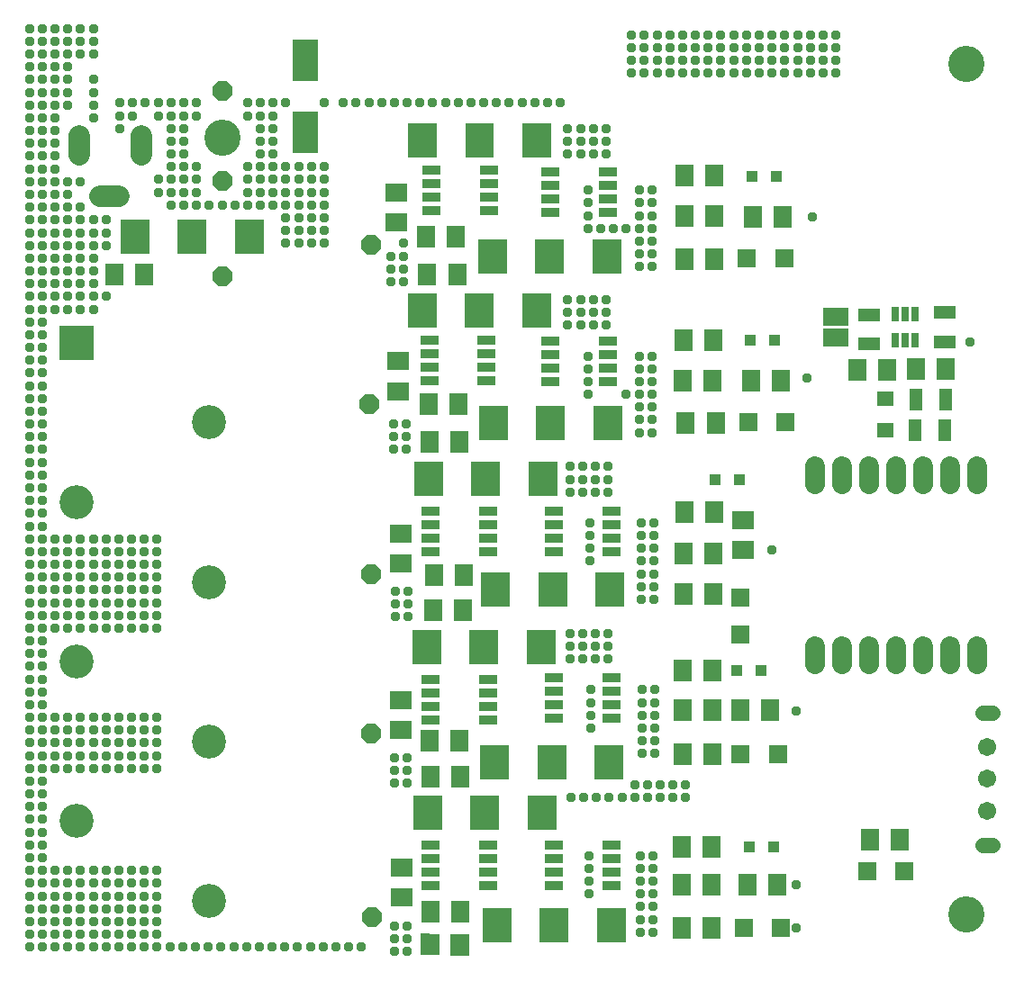
<source format=gbr>
G04 EAGLE Gerber RS-274X export*
G75*
%MOMM*%
%FSLAX34Y34*%
%LPD*%
%INSoldermask Top*%
%IPPOS*%
%AMOC8*
5,1,8,0,0,1.08239X$1,22.5*%
G01*
G04 Define Apertures*
%ADD10C,3.403200*%
%ADD11C,1.903200*%
%ADD12R,1.803200X2.003200*%
%ADD13R,1.703200X0.853200*%
%ADD14R,1.728200X0.853200*%
%ADD15R,3.203200X3.203200*%
%ADD16C,3.203200*%
%ADD17C,2.003200*%
%ADD18C,1.711200*%
%ADD19C,1.411200*%
%ADD20R,2.678200X3.203200*%
%ADD21R,3.203200X2.678200*%
%ADD22R,0.803200X1.403200*%
%ADD23R,2.353200X3.903200*%
%ADD24R,2.003200X1.803200*%
%ADD25R,1.003200X1.103200*%
%ADD26R,1.703200X1.703200*%
%ADD27R,2.403200X1.653200*%
%ADD28R,1.253200X2.023200*%
%ADD29R,2.023200X1.253200*%
%ADD30R,1.573200X1.323200*%
%ADD31P,1.95198X8X22.5*%
%ADD32C,0.959600*%
D10*
X900000Y50000D03*
X900000Y850000D03*
X200000Y780000D03*
D11*
X909500Y471024D02*
X909500Y454024D01*
X884100Y454024D02*
X884100Y471024D01*
X858700Y471024D02*
X858700Y454024D01*
X833300Y454024D02*
X833300Y471024D01*
X807900Y471024D02*
X807900Y454024D01*
X782500Y454024D02*
X782500Y471024D01*
X757100Y471024D02*
X757100Y454024D01*
X757100Y301624D02*
X757100Y284624D01*
X782500Y284624D02*
X782500Y301624D01*
X807900Y301624D02*
X807900Y284624D01*
X833300Y284624D02*
X833300Y301624D01*
X858700Y301624D02*
X858700Y284624D01*
X884100Y284624D02*
X884100Y301624D01*
X909500Y301624D02*
X909500Y284624D01*
D12*
X661000Y552000D03*
X633000Y552000D03*
X660000Y78000D03*
X632000Y78000D03*
X662000Y389000D03*
X634000Y389000D03*
X661000Y242000D03*
X633000Y242000D03*
X394269Y530000D03*
X422269Y530000D03*
X422745Y494000D03*
X394745Y494000D03*
X426476Y335524D03*
X398476Y335524D03*
X399000Y369000D03*
X427000Y369000D03*
X396000Y52000D03*
X424000Y52000D03*
G36*
X414635Y31087D02*
X432663Y30773D01*
X432313Y10745D01*
X414285Y11059D01*
X414635Y31087D01*
G37*
G36*
X386639Y31575D02*
X404667Y31261D01*
X404317Y11233D01*
X386289Y11547D01*
X386639Y31575D01*
G37*
X424000Y179524D03*
X396000Y179524D03*
X395000Y213000D03*
X423000Y213000D03*
D13*
X563000Y550950D03*
X563000Y563650D03*
X563000Y576350D03*
X563000Y589050D03*
X509000Y589050D03*
X509000Y576350D03*
X509000Y563650D03*
X509000Y550950D03*
X566000Y76950D03*
X566000Y89650D03*
X566000Y102350D03*
X566000Y115050D03*
X512000Y115050D03*
X512000Y102350D03*
X512000Y89650D03*
X512000Y76950D03*
X566000Y390950D03*
X566000Y403650D03*
X566000Y416350D03*
X566000Y429050D03*
X512000Y429050D03*
X512000Y416350D03*
X512000Y403650D03*
X512000Y390950D03*
X566000Y233950D03*
X566000Y246650D03*
X566000Y259350D03*
X566000Y272050D03*
X512000Y272050D03*
X512000Y259350D03*
X512000Y246650D03*
X512000Y233950D03*
D14*
X396120Y429226D03*
X396120Y416526D03*
X396120Y403826D03*
X396120Y391126D03*
X449880Y391126D03*
X449880Y403826D03*
X449880Y416526D03*
X449880Y429226D03*
X395120Y590050D03*
X395120Y577350D03*
X395120Y564650D03*
X395120Y551950D03*
X448880Y551950D03*
X448880Y564650D03*
X448880Y577350D03*
X448880Y590050D03*
X396120Y115050D03*
X396120Y102350D03*
X396120Y89650D03*
X396120Y76950D03*
X449880Y76950D03*
X449880Y89650D03*
X449880Y102350D03*
X449880Y115050D03*
X396120Y271050D03*
X396120Y258350D03*
X396120Y245650D03*
X396120Y232950D03*
X449880Y232950D03*
X449880Y245650D03*
X449880Y258350D03*
X449880Y271050D03*
D12*
X663000Y707000D03*
X635000Y707000D03*
X392000Y687000D03*
X420000Y687000D03*
X421000Y652000D03*
X393000Y652000D03*
D13*
X563000Y709950D03*
X563000Y722650D03*
X563000Y735350D03*
X563000Y748050D03*
X509000Y748050D03*
X509000Y735350D03*
X509000Y722650D03*
X509000Y709950D03*
D14*
X397120Y750050D03*
X397120Y737350D03*
X397120Y724650D03*
X397120Y711950D03*
X450880Y711950D03*
X450880Y724650D03*
X450880Y737350D03*
X450880Y750050D03*
D15*
X63000Y587500D03*
D16*
X188000Y512500D03*
X63000Y437500D03*
X188000Y362500D03*
X63000Y287500D03*
X188000Y212500D03*
X63000Y137500D03*
X188000Y62500D03*
D17*
X66000Y764000D02*
X66000Y782000D01*
X124000Y782000D02*
X124000Y764000D01*
X103000Y725000D02*
X85000Y725000D01*
D18*
X919586Y147216D03*
X919586Y177216D03*
X919586Y207216D03*
D19*
X924086Y114716D02*
X915086Y114716D01*
X915086Y239716D02*
X924086Y239716D01*
D20*
X447000Y145524D03*
X393250Y145524D03*
X500750Y145524D03*
X446000Y301000D03*
X392250Y301000D03*
X499750Y301000D03*
X448000Y459476D03*
X394250Y459476D03*
X501750Y459476D03*
X442000Y618000D03*
X388250Y618000D03*
X495750Y618000D03*
D21*
G36*
X428582Y762008D02*
X428637Y794039D01*
X455418Y793992D01*
X455363Y761961D01*
X428582Y762008D01*
G37*
G36*
X374832Y762102D02*
X374887Y794133D01*
X401668Y794086D01*
X401613Y762055D01*
X374832Y762102D01*
G37*
G36*
X482332Y761914D02*
X482387Y793945D01*
X509168Y793898D01*
X509113Y761867D01*
X482332Y761914D01*
G37*
D20*
X171956Y687173D03*
X225706Y687173D03*
X118206Y687173D03*
X512000Y39160D03*
X458250Y39160D03*
X565750Y39160D03*
X508649Y512176D03*
X454899Y512176D03*
X562399Y512176D03*
X510000Y193000D03*
X456250Y193000D03*
X563750Y193000D03*
X508000Y668176D03*
X454250Y668176D03*
X561750Y668176D03*
X511000Y355000D03*
X457250Y355000D03*
X564750Y355000D03*
D22*
X832500Y589500D03*
X842000Y589500D03*
X851500Y589500D03*
X851500Y614500D03*
X842000Y614500D03*
X832500Y614500D03*
D12*
X880000Y562326D03*
X852000Y562326D03*
X825000Y561850D03*
X797000Y561850D03*
D23*
X278594Y785340D03*
X278594Y853340D03*
D24*
X364000Y701000D03*
X364000Y729000D03*
X365476Y542000D03*
X365476Y570000D03*
X368000Y380000D03*
X368000Y408000D03*
X368000Y223000D03*
X368000Y251000D03*
X369000Y66000D03*
X369000Y94000D03*
D12*
X809000Y120000D03*
X837000Y120000D03*
X636000Y512000D03*
X664000Y512000D03*
X697000Y552000D03*
X725000Y552000D03*
X634000Y590000D03*
X662000Y590000D03*
D25*
X696500Y590000D03*
X719500Y590000D03*
D26*
X694500Y513000D03*
X729500Y513000D03*
D12*
X635000Y666000D03*
X663000Y666000D03*
X699000Y706000D03*
X727000Y706000D03*
X635000Y745000D03*
X663000Y745000D03*
D25*
X698500Y744000D03*
X721500Y744000D03*
D26*
X693500Y667000D03*
X728500Y667000D03*
D12*
X632000Y37000D03*
X660000Y37000D03*
X694000Y78000D03*
X722000Y78000D03*
X632000Y113000D03*
X660000Y113000D03*
D25*
X695500Y113000D03*
X718500Y113000D03*
D26*
X690500Y37000D03*
X725500Y37000D03*
D12*
X633000Y200000D03*
X661000Y200000D03*
X687000Y242000D03*
X715000Y242000D03*
X633000Y279000D03*
X661000Y279000D03*
D25*
X683500Y279000D03*
X706500Y279000D03*
D26*
X687500Y200000D03*
X722500Y200000D03*
D12*
X634000Y351000D03*
X662000Y351000D03*
D24*
X690000Y420500D03*
X690000Y392500D03*
D12*
X635000Y428000D03*
X663000Y428000D03*
D25*
X663500Y459000D03*
X686500Y459000D03*
D26*
X687500Y313000D03*
X687500Y348000D03*
X806500Y90000D03*
X841500Y90000D03*
D27*
X777000Y612000D03*
X777000Y592000D03*
D28*
X879900Y534000D03*
X852100Y534000D03*
D29*
X808000Y586100D03*
X808000Y613900D03*
X879690Y588376D03*
X879690Y616176D03*
D28*
X879590Y504776D03*
X851790Y504776D03*
D30*
X823240Y505000D03*
X823240Y535000D03*
D12*
X99000Y652000D03*
X127000Y652000D03*
D31*
X341000Y47000D03*
X340000Y220000D03*
X340000Y370000D03*
X338475Y530000D03*
X340000Y680000D03*
X200000Y650000D03*
X200000Y740000D03*
X200000Y824172D03*
D32*
X362000Y15000D03*
X374000Y15000D03*
X362000Y27000D03*
X374000Y27000D03*
X362000Y39000D03*
X374000Y39000D03*
X362000Y173000D03*
X374000Y173000D03*
X362000Y185000D03*
X374000Y185000D03*
X362000Y197000D03*
X374000Y197000D03*
X363000Y330000D03*
X375000Y330000D03*
X363000Y342000D03*
X375000Y342000D03*
X363000Y354000D03*
X375000Y354000D03*
X361000Y487000D03*
X373000Y487000D03*
X361000Y499000D03*
X373000Y499000D03*
X361000Y511000D03*
X373000Y511000D03*
X371000Y681000D03*
X371000Y669000D03*
X359000Y669000D03*
X371000Y657000D03*
X359000Y657000D03*
X371000Y645000D03*
X359000Y645000D03*
X79000Y883000D03*
X67000Y883000D03*
X55000Y883000D03*
X43000Y883000D03*
X31000Y883000D03*
X19000Y883000D03*
X79000Y871000D03*
X67000Y871000D03*
X55000Y871000D03*
X43000Y871000D03*
X31000Y871000D03*
X19000Y871000D03*
X79000Y859000D03*
X67000Y859000D03*
X55000Y859000D03*
X43000Y859000D03*
X31000Y859000D03*
X19000Y859000D03*
X55000Y847000D03*
X43000Y847000D03*
X31000Y847000D03*
X19000Y847000D03*
X79000Y835000D03*
X55000Y835000D03*
X43000Y835000D03*
X31000Y835000D03*
X19000Y835000D03*
X79000Y823000D03*
X55000Y823000D03*
X43000Y823000D03*
X31000Y823000D03*
X19000Y823000D03*
X79000Y811000D03*
X55000Y811000D03*
X43000Y811000D03*
X31000Y811000D03*
X19000Y811000D03*
X79000Y799000D03*
X43000Y799000D03*
X31000Y799000D03*
X19000Y799000D03*
X43000Y787000D03*
X31000Y787000D03*
X91000Y31000D03*
X79000Y31000D03*
X67000Y31000D03*
X55000Y31000D03*
X43000Y31000D03*
X31000Y31000D03*
X19000Y31000D03*
X331000Y19000D03*
X319000Y19000D03*
X307000Y19000D03*
X295000Y19000D03*
X283000Y19000D03*
X271000Y19000D03*
X259000Y19000D03*
X247000Y19000D03*
X235000Y19000D03*
X223000Y19000D03*
X211000Y19000D03*
X199000Y19000D03*
X187000Y19000D03*
X175000Y19000D03*
X163000Y19000D03*
X151000Y19000D03*
X139000Y19000D03*
X127000Y19000D03*
X115000Y19000D03*
X103000Y19000D03*
X91000Y19000D03*
X79000Y19000D03*
X67000Y19000D03*
X55000Y19000D03*
X43000Y19000D03*
X31000Y19000D03*
X19000Y19000D03*
X103000Y31000D03*
X115000Y31000D03*
X127000Y31000D03*
X139000Y31000D03*
X19000Y43000D03*
X31000Y43000D03*
X43000Y43000D03*
X55000Y43000D03*
X67000Y43000D03*
X79000Y43000D03*
X91000Y43000D03*
X103000Y43000D03*
X115000Y43000D03*
X127000Y43000D03*
X139000Y43000D03*
X19000Y55000D03*
X31000Y55000D03*
X43000Y55000D03*
X55000Y55000D03*
X67000Y55000D03*
X79000Y55000D03*
X91000Y55000D03*
X103000Y55000D03*
X115000Y55000D03*
X127000Y55000D03*
X139000Y55000D03*
X19000Y67000D03*
X31000Y67000D03*
X43000Y67000D03*
X55000Y67000D03*
X67000Y67000D03*
X79000Y67000D03*
X91000Y67000D03*
X103000Y67000D03*
X115000Y67000D03*
X127000Y67000D03*
X139000Y67000D03*
X19000Y79000D03*
X31000Y79000D03*
X43000Y79000D03*
X55000Y79000D03*
X67000Y79000D03*
X79000Y79000D03*
X91000Y79000D03*
X103000Y79000D03*
X115000Y79000D03*
X127000Y79000D03*
X139000Y79000D03*
X19000Y91000D03*
X31000Y91000D03*
X43000Y91000D03*
X55000Y91000D03*
X67000Y91000D03*
X79000Y91000D03*
X91000Y91000D03*
X103000Y91000D03*
X115000Y91000D03*
X127000Y91000D03*
X139000Y91000D03*
X19000Y103000D03*
X31000Y103000D03*
X19000Y115000D03*
X31000Y115000D03*
X19000Y127000D03*
X31000Y127000D03*
X19000Y139000D03*
X31000Y139000D03*
X19000Y151000D03*
X31000Y151000D03*
X19000Y163000D03*
X31000Y163000D03*
X19000Y175000D03*
X31000Y175000D03*
X19000Y187000D03*
X31000Y187000D03*
X43000Y187000D03*
X55000Y187000D03*
X67000Y187000D03*
X79000Y187000D03*
X91000Y187000D03*
X103000Y187000D03*
X115000Y187000D03*
X127000Y187000D03*
X139000Y187000D03*
X19000Y199000D03*
X31000Y199000D03*
X43000Y199000D03*
X55000Y199000D03*
X67000Y199000D03*
X79000Y199000D03*
X91000Y199000D03*
X103000Y199000D03*
X115000Y199000D03*
X127000Y199000D03*
X139000Y199000D03*
X19000Y211000D03*
X31000Y211000D03*
X43000Y211000D03*
X55000Y211000D03*
X67000Y211000D03*
X79000Y211000D03*
X91000Y211000D03*
X103000Y211000D03*
X115000Y211000D03*
X127000Y211000D03*
X139000Y211000D03*
X19000Y223000D03*
X31000Y223000D03*
X43000Y223000D03*
X55000Y223000D03*
X67000Y223000D03*
X79000Y223000D03*
X91000Y223000D03*
X103000Y223000D03*
X115000Y223000D03*
X127000Y223000D03*
X139000Y223000D03*
X19000Y235000D03*
X31000Y235000D03*
X43000Y235000D03*
X55000Y235000D03*
X67000Y235000D03*
X79000Y235000D03*
X91000Y235000D03*
X103000Y235000D03*
X115000Y235000D03*
X127000Y235000D03*
X139000Y235000D03*
X19000Y247000D03*
X31000Y247000D03*
X19000Y259000D03*
X31000Y259000D03*
X19000Y271000D03*
X31000Y271000D03*
X19000Y283000D03*
X31000Y283000D03*
X19000Y295000D03*
X31000Y295000D03*
X19000Y307000D03*
X31000Y307000D03*
X19000Y319000D03*
X31000Y319000D03*
X43000Y319000D03*
X55000Y319000D03*
X67000Y319000D03*
X79000Y319000D03*
X91000Y319000D03*
X103000Y319000D03*
X115000Y319000D03*
X127000Y319000D03*
X139000Y319000D03*
X19000Y331000D03*
X31000Y331000D03*
X43000Y331000D03*
X55000Y331000D03*
X67000Y331000D03*
X79000Y331000D03*
X91000Y331000D03*
X103000Y331000D03*
X115000Y331000D03*
X127000Y331000D03*
X139000Y331000D03*
X19000Y343000D03*
X31000Y343000D03*
X43000Y343000D03*
X55000Y343000D03*
X67000Y343000D03*
X79000Y343000D03*
X91000Y343000D03*
X103000Y343000D03*
X115000Y343000D03*
X127000Y343000D03*
X139000Y343000D03*
X19000Y355000D03*
X31000Y355000D03*
X43000Y355000D03*
X55000Y355000D03*
X67000Y355000D03*
X79000Y355000D03*
X91000Y355000D03*
X103000Y355000D03*
X115000Y355000D03*
X127000Y355000D03*
X139000Y355000D03*
X19000Y367000D03*
X31000Y367000D03*
X43000Y367000D03*
X55000Y367000D03*
X67000Y367000D03*
X79000Y367000D03*
X91000Y367000D03*
X103000Y367000D03*
X115000Y367000D03*
X127000Y367000D03*
X139000Y367000D03*
X19000Y379000D03*
X31000Y379000D03*
X43000Y379000D03*
X55000Y379000D03*
X67000Y379000D03*
X79000Y379000D03*
X91000Y379000D03*
X103000Y379000D03*
X115000Y379000D03*
X127000Y379000D03*
X139000Y379000D03*
X19000Y391000D03*
X31000Y391000D03*
X43000Y391000D03*
X55000Y391000D03*
X67000Y391000D03*
X79000Y391000D03*
X91000Y391000D03*
X103000Y391000D03*
X115000Y391000D03*
X127000Y391000D03*
X139000Y391000D03*
X19000Y403000D03*
X31000Y403000D03*
X43000Y403000D03*
X55000Y403000D03*
X67000Y403000D03*
X79000Y403000D03*
X91000Y403000D03*
X103000Y403000D03*
X115000Y403000D03*
X127000Y403000D03*
X139000Y403000D03*
X19000Y415000D03*
X31000Y415000D03*
X19000Y427000D03*
X31000Y427000D03*
X19000Y439000D03*
X31000Y439000D03*
X19000Y451000D03*
X31000Y451000D03*
X19000Y463000D03*
X31000Y463000D03*
X19000Y475000D03*
X31000Y475000D03*
X19000Y487000D03*
X31000Y487000D03*
X19000Y499000D03*
X31000Y499000D03*
X19000Y511000D03*
X31000Y511000D03*
X19000Y523000D03*
X31000Y523000D03*
X19000Y535000D03*
X31000Y535000D03*
X19000Y547000D03*
X31000Y547000D03*
X19000Y559000D03*
X31000Y559000D03*
X19000Y571000D03*
X31000Y571000D03*
X19000Y583000D03*
X31000Y583000D03*
X19000Y595000D03*
X31000Y595000D03*
X19000Y607000D03*
X31000Y607000D03*
X19000Y619000D03*
X31000Y619000D03*
X43000Y619000D03*
X55000Y619000D03*
X67000Y619000D03*
X79000Y619000D03*
X19000Y631000D03*
X31000Y631000D03*
X43000Y631000D03*
X55000Y631000D03*
X67000Y631000D03*
X79000Y631000D03*
X91000Y631000D03*
X19000Y643000D03*
X31000Y643000D03*
X43000Y643000D03*
X55000Y643000D03*
X67000Y643000D03*
X79000Y643000D03*
X19000Y655000D03*
X31000Y655000D03*
X43000Y655000D03*
X55000Y655000D03*
X67000Y655000D03*
X79000Y655000D03*
X19000Y667000D03*
X31000Y667000D03*
X43000Y667000D03*
X55000Y667000D03*
X67000Y667000D03*
X79000Y667000D03*
X19000Y679000D03*
X31000Y679000D03*
X43000Y679000D03*
X55000Y679000D03*
X67000Y679000D03*
X79000Y679000D03*
X91000Y679000D03*
X19000Y691000D03*
X31000Y691000D03*
X43000Y691000D03*
X55000Y691000D03*
X67000Y691000D03*
X79000Y691000D03*
X91000Y691000D03*
X19000Y703000D03*
X31000Y703000D03*
X43000Y703000D03*
X55000Y703000D03*
X67000Y703000D03*
X79000Y703000D03*
X91000Y703000D03*
X19000Y715000D03*
X31000Y715000D03*
X43000Y715000D03*
X55000Y715000D03*
X67000Y715000D03*
X19000Y727000D03*
X31000Y727000D03*
X43000Y727000D03*
X55000Y727000D03*
X19000Y739000D03*
X31000Y739000D03*
X43000Y739000D03*
X55000Y739000D03*
X67000Y739000D03*
X19000Y751000D03*
X31000Y751000D03*
X43000Y751000D03*
X19000Y763000D03*
X31000Y763000D03*
X43000Y763000D03*
X19000Y775000D03*
X31000Y775000D03*
X43000Y775000D03*
X19000Y787000D03*
X604000Y731000D03*
X592000Y731000D03*
X544000Y731000D03*
X604000Y719000D03*
X592000Y719000D03*
X544000Y719000D03*
X604000Y707000D03*
X592000Y707000D03*
X544000Y707000D03*
X604000Y695000D03*
X592000Y695000D03*
X580000Y695000D03*
X568000Y695000D03*
X592000Y659000D03*
X604000Y659000D03*
X592000Y671000D03*
X604000Y671000D03*
X592000Y683000D03*
X604000Y683000D03*
X544000Y695000D03*
X556000Y695000D03*
X604000Y575000D03*
X592000Y575000D03*
X544000Y575000D03*
X604000Y563000D03*
X592000Y563000D03*
X544000Y563000D03*
X604000Y551000D03*
X592000Y551000D03*
X544000Y551000D03*
X604000Y539000D03*
X592000Y539000D03*
X580000Y539000D03*
X592000Y503000D03*
X604000Y503000D03*
X592000Y515000D03*
X604000Y515000D03*
X592000Y527000D03*
X604000Y527000D03*
X544000Y539000D03*
X606000Y418000D03*
X594000Y418000D03*
X546000Y418000D03*
X606000Y406000D03*
X594000Y406000D03*
X546000Y406000D03*
X606000Y394000D03*
X594000Y394000D03*
X546000Y394000D03*
X606000Y382000D03*
X594000Y382000D03*
X594000Y346000D03*
X606000Y346000D03*
X594000Y358000D03*
X606000Y358000D03*
X594000Y370000D03*
X606000Y370000D03*
X546000Y382000D03*
X607070Y261000D03*
X595070Y261000D03*
X547070Y261000D03*
X607070Y249000D03*
X595070Y249000D03*
X547070Y249000D03*
X607070Y237000D03*
X595070Y237000D03*
X547070Y237000D03*
X607070Y225000D03*
X595070Y225000D03*
X595070Y201000D03*
X607070Y201000D03*
X595070Y213000D03*
X607070Y213000D03*
X547070Y225000D03*
X605000Y105000D03*
X593000Y105000D03*
X545000Y105000D03*
X605000Y93000D03*
X593000Y93000D03*
X545000Y93000D03*
X605000Y81000D03*
X593000Y81000D03*
X545000Y81000D03*
X605000Y69000D03*
X593000Y69000D03*
X593000Y33000D03*
X605000Y33000D03*
X593000Y45000D03*
X605000Y45000D03*
X593000Y57000D03*
X605000Y57000D03*
X545000Y69000D03*
X740000Y37000D03*
X740000Y78000D03*
X740000Y241000D03*
X755000Y706000D03*
X750000Y554000D03*
X777000Y877000D03*
X765000Y877000D03*
X753000Y877000D03*
X741000Y877000D03*
X669000Y841000D03*
X657000Y841000D03*
X645000Y841000D03*
X633000Y841000D03*
X621000Y841000D03*
X609000Y841000D03*
X597000Y841000D03*
X585000Y841000D03*
X681000Y841000D03*
X693000Y841000D03*
X705000Y841000D03*
X717000Y841000D03*
X729000Y841000D03*
X741000Y841000D03*
X753000Y841000D03*
X765000Y841000D03*
X777000Y841000D03*
X585000Y853000D03*
X597000Y853000D03*
X609000Y853000D03*
X621000Y853000D03*
X633000Y853000D03*
X645000Y853000D03*
X657000Y853000D03*
X669000Y853000D03*
X681000Y853000D03*
X693000Y853000D03*
X705000Y853000D03*
X717000Y853000D03*
X729000Y853000D03*
X741000Y853000D03*
X753000Y853000D03*
X765000Y853000D03*
X777000Y853000D03*
X585000Y865000D03*
X597000Y865000D03*
X609000Y865000D03*
X621000Y865000D03*
X633000Y865000D03*
X645000Y865000D03*
X657000Y865000D03*
X669000Y865000D03*
X681000Y865000D03*
X693000Y865000D03*
X705000Y865000D03*
X717000Y865000D03*
X729000Y865000D03*
X741000Y865000D03*
X753000Y865000D03*
X765000Y865000D03*
X777000Y865000D03*
X585000Y877000D03*
X597000Y877000D03*
X609000Y877000D03*
X621000Y877000D03*
X633000Y877000D03*
X645000Y877000D03*
X657000Y877000D03*
X669000Y877000D03*
X681000Y877000D03*
X693000Y877000D03*
X705000Y877000D03*
X717000Y877000D03*
X729000Y877000D03*
X717282Y392282D03*
X903456Y588456D03*
X561000Y789000D03*
X549000Y789000D03*
X537000Y789000D03*
X525000Y789000D03*
X561000Y777000D03*
X549000Y777000D03*
X537000Y777000D03*
X525000Y777000D03*
X525000Y765000D03*
X537000Y765000D03*
X549000Y765000D03*
X561000Y765000D03*
X636000Y172000D03*
X624000Y172000D03*
X612000Y172000D03*
X600000Y172000D03*
X588000Y172000D03*
X636000Y160000D03*
X624000Y160000D03*
X612000Y160000D03*
X528000Y160000D03*
X540000Y160000D03*
X552000Y160000D03*
X564000Y160000D03*
X576000Y160000D03*
X588000Y160000D03*
X600000Y160000D03*
X563000Y314000D03*
X551000Y314000D03*
X539000Y314000D03*
X527000Y314000D03*
X563000Y302000D03*
X551000Y302000D03*
X539000Y302000D03*
X527000Y302000D03*
X527000Y290000D03*
X539000Y290000D03*
X551000Y290000D03*
X563000Y290000D03*
X563000Y471000D03*
X551000Y471000D03*
X539000Y471000D03*
X527000Y471000D03*
X563000Y459000D03*
X551000Y459000D03*
X539000Y459000D03*
X527000Y459000D03*
X527000Y447000D03*
X539000Y447000D03*
X551000Y447000D03*
X563000Y447000D03*
X561000Y628000D03*
X549000Y628000D03*
X537000Y628000D03*
X525000Y628000D03*
X561000Y616000D03*
X549000Y616000D03*
X537000Y616000D03*
X525000Y616000D03*
X525000Y604000D03*
X537000Y604000D03*
X549000Y604000D03*
X561000Y604000D03*
X296000Y813000D03*
X260000Y813000D03*
X248000Y813000D03*
X236000Y813000D03*
X224000Y813000D03*
X176000Y813000D03*
X164000Y813000D03*
X152000Y813000D03*
X140000Y813000D03*
X128000Y813000D03*
X116000Y813000D03*
X104000Y813000D03*
X248000Y801000D03*
X236000Y801000D03*
X224000Y801000D03*
X176000Y801000D03*
X164000Y801000D03*
X152000Y801000D03*
X140000Y801000D03*
X116000Y801000D03*
X104000Y801000D03*
X248000Y789000D03*
X236000Y789000D03*
X164000Y789000D03*
X152000Y789000D03*
X104000Y789000D03*
X248000Y777000D03*
X236000Y777000D03*
X164000Y777000D03*
X152000Y777000D03*
X248000Y765000D03*
X236000Y765000D03*
X164000Y765000D03*
X152000Y765000D03*
X296000Y753000D03*
X284000Y753000D03*
X272000Y753000D03*
X260000Y753000D03*
X248000Y753000D03*
X236000Y753000D03*
X296000Y693000D03*
X284000Y693000D03*
X272000Y693000D03*
X260000Y693000D03*
X296000Y681000D03*
X284000Y681000D03*
X272000Y681000D03*
X260000Y681000D03*
X260000Y705000D03*
X272000Y705000D03*
X284000Y705000D03*
X296000Y705000D03*
X152000Y717000D03*
X164000Y717000D03*
X176000Y717000D03*
X188000Y717000D03*
X200000Y717000D03*
X212000Y717000D03*
X224000Y717000D03*
X236000Y717000D03*
X248000Y717000D03*
X260000Y717000D03*
X272000Y717000D03*
X284000Y717000D03*
X296000Y717000D03*
X140000Y729000D03*
X152000Y729000D03*
X164000Y729000D03*
X176000Y729000D03*
X224000Y729000D03*
X236000Y729000D03*
X248000Y729000D03*
X260000Y729000D03*
X272000Y729000D03*
X284000Y729000D03*
X296000Y729000D03*
X140000Y741000D03*
X152000Y741000D03*
X164000Y741000D03*
X176000Y741000D03*
X224000Y741000D03*
X236000Y741000D03*
X248000Y741000D03*
X260000Y741000D03*
X272000Y741000D03*
X284000Y741000D03*
X296000Y741000D03*
X152000Y753000D03*
X164000Y753000D03*
X176000Y753000D03*
X224000Y753000D03*
X518000Y813000D03*
X506000Y813000D03*
X494000Y813000D03*
X482000Y813000D03*
X470000Y813000D03*
X458000Y813000D03*
X446000Y813000D03*
X434000Y813000D03*
X422000Y813000D03*
X410000Y813000D03*
X314000Y813000D03*
X326000Y813000D03*
X338000Y813000D03*
X350000Y813000D03*
X362000Y813000D03*
X374000Y813000D03*
X386000Y813000D03*
X398000Y813000D03*
M02*

</source>
